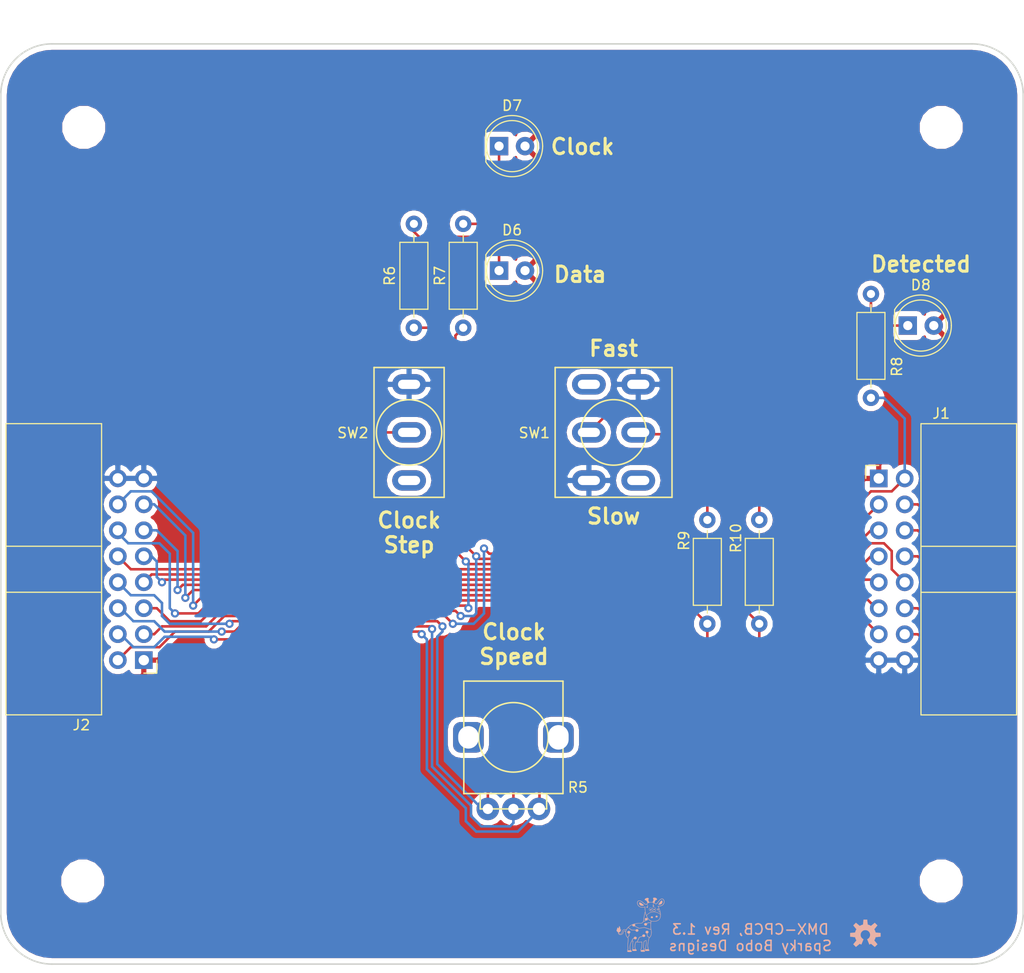
<source format=kicad_pcb>
(kicad_pcb (version 20171130) (host pcbnew "(5.0.0)")
  (title_block (title "DMX Demonstrator - Control-Pro Clock (DMX-CPCB)") (date 2023-12-04) (rev 1.3) (company "Sparky Bobo Designs") (comment 2 "Designed by: SparkyBobo") (comment 3 https://creativecommons.org/licenses/by-sa/4.0/) (comment 4 "Released under the Creative Commons Attribution Share-Alike 4.0m License"))
  (layers (0 F.Cu signal) (31 B.Cu signal) (34 B.Paste user hide) (35 F.Paste user hide) (36 B.SilkS user) (37 F.SilkS user) (38 B.Mask user hide) (39 F.Mask user hide) (44 Edge.Cuts user))
  (net 0 "")
  (net 1 GND)
  (net 2 +5V)
  (net 3 "Net-(SW2-Pad1)")
  (net 4 "Net-(D7-Pad1)")
  (net 5 "Net-(D6-Pad1)")
  (net 6 "Net-(R10-Pad2)")
  (net 7 "Net-(D8-Pad1)")
  (net 8 "Net-(R9-Pad2)")
  (net 9 "Net-(SW1-Pad1)")
  (net 10 "Net-(SW1-Pad6)")
  (net 11 /DIM1)
  (net 12 /DIM2)
  (net 13 /DIM3)
  (net 14 /DIM4)
  (net 15 /~CLK_STEP)
  (net 16 /SPD_LO)
  (net 17 /SPD_WIPER)
  (net 18 /SPD_HI)
  (net 19 /~CLK_FST)
  (net 20 /~CLK_SLO)
  (net 21 /~HWD_DT)
  (net 22 /~CLOCK)
  (net 23 /~DATA)
  (module footprints:BOURNS_PTV09A_1 (layer F.Cu) (at 137.242 116.516)
    (fp_text reference R5 (at 6.3 4.9) (layer F.SilkS))
    (fp_text value 10k)
    (pad 1 thru_hole circle (at -2.5 7) (size 2.2 2.2) (drill 1) (layers *.Cu *.Mask) (net 16 /SPD_LO))
    (pad 2 thru_hole circle (at 0 7) (size 2.2 2.2) (drill 1) (layers *.Cu *.Mask) (net 17 /SPD_WIPER))
    (pad 3 thru_hole circle (at 2.5 7) (size 2.2 2.2) (drill 1.2) (layers *.Cu *.Mask) (net 18 /SPD_HI))
    (pad 4 thru_hole roundrect (at -4.4 0) (size 3 3) (drill oval 2 2.2) (layers *.Cu *.Mask))
    (pad 5 thru_hole roundrect (at 4.4 0) (size 3 3) (drill oval 2 2.4) (layers *.Cu *.Mask))
  )
  (module Connector_IDC:IDC-Header_2x08_P2.54mm_Horizontal (layer F.Cu) (at 172.974 91.192)
    (fp_text reference J1 (at 6.105 -6.35) (layer F.SilkS))
    (fp_text value OUTPUT)
    (pad 16 thru_hole oval (at 2.54 17.78) (size 1.7272 1.7272) (drill 1.016) (layers *.Cu *.Mask) (net 1 GND))
    (pad 15 thru_hole oval (at 0 17.78) (size 1.7272 1.7272) (drill 1.016) (layers *.Cu *.Mask) (net 1 GND))
    (pad 14 thru_hole oval (at 2.54 15.24) (size 1.7272 1.7272) (drill 1.016) (layers *.Cu *.Mask) (net 19 /~CLK_FST))
    (pad 13 thru_hole oval (at 0 15.24) (size 1.7272 1.7272) (drill 1.016) (layers *.Cu *.Mask) (net 14 /DIM4))
    (pad 12 thru_hole oval (at 2.54 12.7) (size 1.7272 1.7272) (drill 1.016) (layers *.Cu *.Mask) (net 20 /~CLK_SLO))
    (pad 11 thru_hole oval (at 0 12.7) (size 1.7272 1.7272) (drill 1.016) (layers *.Cu *.Mask) (net 13 /DIM3))
    (pad 10 thru_hole oval (at 2.54 10.16) (size 1.7272 1.7272) (drill 1.016) (layers *.Cu *.Mask) (net 15 /~CLK_STEP))
    (pad 9 thru_hole oval (at 0 10.16) (size 1.7272 1.7272) (drill 1.016) (layers *.Cu *.Mask) (net 12 /DIM2))
    (pad 8 thru_hole oval (at 2.54 7.62) (size 1.7272 1.7272) (drill 1.016) (layers *.Cu *.Mask) (net 16 /SPD_LO))
    (pad 7 thru_hole oval (at 0 7.62) (size 1.7272 1.7272) (drill 1.016) (layers *.Cu *.Mask) (net 11 /DIM1))
    (pad 6 thru_hole oval (at 2.54 5.08) (size 1.7272 1.7272) (drill 1.016) (layers *.Cu *.Mask) (net 17 /SPD_WIPER))
    (pad 5 thru_hole oval (at 0 5.08) (size 1.7272 1.7272) (drill 1.016) (layers *.Cu *.Mask) (net 23 /~DATA))
    (pad 4 thru_hole oval (at 2.54 2.54) (size 1.7272 1.7272) (drill 1.016) (layers *.Cu *.Mask) (net 18 /SPD_HI))
    (pad 3 thru_hole oval (at 0 2.54) (size 1.7272 1.7272) (drill 1.016) (layers *.Cu *.Mask) (net 22 /~CLOCK))
    (pad 2 thru_hole oval (at 2.54 0) (size 1.7272 1.7272) (drill 1.016) (layers *.Cu *.Mask) (net 21 /~HWD_DT))
    (pad 1 thru_hole rect (at 0 0) (size 1.7272 1.7272) (drill 1.016) (layers *.Cu *.Mask) (net 2 +5V))
  )
  (module Resistor_THT:R_Axial_DIN0207_L6.3mm_D2.5mm_P10.16mm_Horizontal (layer F.Cu) (at 132.334 76.454 90)
    (fp_text reference R7 (at 5.08 -2.286 90) (layer F.SilkS))
    (fp_text value 330)
    (pad 1 thru_hole circle (at 0 0 90) (size 1.6 1.6) (drill 0.8) (layers *.Cu *.Mask) (net 22 /~CLOCK))
    (pad 2 thru_hole oval (at 10.16 0 90) (size 1.6 1.6) (drill 0.8) (layers *.Cu *.Mask) (net 4 "Net-(D7-Pad1)"))
  )
  (module Connector_IDC:IDC-Header_2x08_P2.54mm_Horizontal (layer F.Cu) (at 101.092 108.966 180)
    (fp_text reference J2 (at 6.105 -6.35 180) (layer F.SilkS))
    (fp_text value INPUT)
    (pad 1 thru_hole rect (at 0 0 180) (size 1.7272 1.7272) (drill 1.016) (layers *.Cu *.Mask) (net 2 +5V))
    (pad 2 thru_hole oval (at 2.54 0 180) (size 1.7272 1.7272) (drill 1.016) (layers *.Cu *.Mask) (net 21 /~HWD_DT))
    (pad 3 thru_hole oval (at 0 2.54 180) (size 1.7272 1.7272) (drill 1.016) (layers *.Cu *.Mask) (net 22 /~CLOCK))
    (pad 4 thru_hole oval (at 2.54 2.54 180) (size 1.7272 1.7272) (drill 1.016) (layers *.Cu *.Mask) (net 18 /SPD_HI))
    (pad 5 thru_hole oval (at 0 5.08 180) (size 1.7272 1.7272) (drill 1.016) (layers *.Cu *.Mask) (net 23 /~DATA))
    (pad 6 thru_hole oval (at 2.54 5.08 180) (size 1.7272 1.7272) (drill 1.016) (layers *.Cu *.Mask) (net 17 /SPD_WIPER))
    (pad 7 thru_hole oval (at 0 7.62 180) (size 1.7272 1.7272) (drill 1.016) (layers *.Cu *.Mask) (net 11 /DIM1))
    (pad 8 thru_hole oval (at 2.54 7.62 180) (size 1.7272 1.7272) (drill 1.016) (layers *.Cu *.Mask) (net 16 /SPD_LO))
    (pad 9 thru_hole oval (at 0 10.16 180) (size 1.7272 1.7272) (drill 1.016) (layers *.Cu *.Mask) (net 12 /DIM2))
    (pad 10 thru_hole oval (at 2.54 10.16 180) (size 1.7272 1.7272) (drill 1.016) (layers *.Cu *.Mask) (net 15 /~CLK_STEP))
    (pad 11 thru_hole oval (at 0 12.7 180) (size 1.7272 1.7272) (drill 1.016) (layers *.Cu *.Mask) (net 13 /DIM3))
    (pad 12 thru_hole oval (at 2.54 12.7 180) (size 1.7272 1.7272) (drill 1.016) (layers *.Cu *.Mask) (net 20 /~CLK_SLO))
    (pad 13 thru_hole oval (at 0 15.24 180) (size 1.7272 1.7272) (drill 1.016) (layers *.Cu *.Mask) (net 14 /DIM4))
    (pad 14 thru_hole oval (at 2.54 15.24 180) (size 1.7272 1.7272) (drill 1.016) (layers *.Cu *.Mask) (net 19 /~CLK_FST))
    (pad 15 thru_hole oval (at 0 17.78 180) (size 1.7272 1.7272) (drill 1.016) (layers *.Cu *.Mask) (net 1 GND))
    (pad 16 thru_hole oval (at 2.54 17.78 180) (size 1.7272 1.7272) (drill 1.016) (layers *.Cu *.Mask) (net 1 GND))
  )
  (module Resistor_THT:R_Axial_DIN0207_L6.3mm_D2.5mm_P10.16mm_Horizontal (layer F.Cu) (at 156.21 105.41 90)
    (fp_text reference R9 (at 8.128 -2.286 90) (layer F.SilkS))
    (fp_text value 330)
    (pad 1 thru_hole circle (at 0 0 90) (size 1.6 1.6) (drill 0.8) (layers *.Cu *.Mask) (net 20 /~CLK_SLO))
    (pad 2 thru_hole oval (at 10.16 0 90) (size 1.6 1.6) (drill 0.8) (layers *.Cu *.Mask) (net 8 "Net-(R9-Pad2)"))
  )
  (module footprints:ESWITCH_100_DPDT_M1 (layer F.Cu) (at 147.038 86.692 180)
    (fp_text reference SW1 (at 7.75 -0.05 180) (layer F.SilkS))
    (fp_text value CLOCK_SPEED)
    (pad 1 thru_hole oval (at -2.413 -4.699 180) (size 3.302 2) (drill oval 2.159 0.9) (layers *.Cu *.Mask) (net 9 "Net-(SW1-Pad1)"))
    (pad 2 thru_hole oval (at -2.413 0 180) (size 3.302 2) (drill oval 2.159 0.9) (layers *.Cu *.Mask) (net 8 "Net-(R9-Pad2)"))
    (pad 3 thru_hole oval (at -2.413 4.699 180) (size 3.302 2) (drill oval 2.159 0.9) (layers *.Cu *.Mask) (net 1 GND))
    (pad 4 thru_hole oval (at 2.413 -4.699 180) (size 3.302 2) (drill oval 2.159 0.9) (layers *.Cu *.Mask) (net 1 GND))
    (pad 5 thru_hole oval (at 2.413 0 180) (size 3.302 2) (drill oval 2.159 0.9) (layers *.Cu *.Mask) (net 6 "Net-(R10-Pad2)"))
    (pad 6 thru_hole oval (at 2.413 4.699 180) (size 3.302 2) (drill oval 2.159 0.9) (layers *.Cu *.Mask) (net 10 "Net-(SW1-Pad6)"))
  )
  (module footprints:ESWITCH_100_SPDT_M1 (layer F.Cu) (at 127.038 86.692 180)
    (fp_text reference SW2 (at 5.5 -0.05 180) (layer F.SilkS))
    (fp_text value CLOCK_STEP)
    (pad 1 thru_hole oval (at 0 -4.699 180) (size 3.302 2) (drill oval 2.159 0.9) (layers *.Cu *.Mask) (net 3 "Net-(SW2-Pad1)"))
    (pad 2 thru_hole oval (at 0 0 180) (size 3.302 2) (drill oval 2.159 0.9) (layers *.Cu *.Mask) (net 15 /~CLK_STEP))
    (pad 3 thru_hole oval (at 0 4.699 180) (size 3.302 2) (drill oval 2.159 0.9) (layers *.Cu *.Mask) (net 1 GND))
  )
  (module LED_THT:LED_D5.0mm (layer F.Cu) (at 175.814 76.242)
    (fp_text reference D8 (at 1.27 -3.96) (layer F.SilkS))
    (fp_text value ACTIVE)
    (pad 2 thru_hole circle (at 2.54 0) (size 1.8 1.8) (drill 0.9) (layers *.Cu *.Mask) (net 2 +5V))
    (pad 1 thru_hole rect (at 0 0) (size 1.8 1.8) (drill 0.9) (layers *.Cu *.Mask) (net 7 "Net-(D8-Pad1)"))
  )
  (module Resistor_THT:R_Axial_DIN0207_L6.3mm_D2.5mm_P10.16mm_Horizontal (layer F.Cu) (at 172.212 83.312 90)
    (fp_text reference R8 (at 3.048 2.54 90) (layer F.SilkS))
    (fp_text value 330)
    (pad 2 thru_hole oval (at 10.16 0 90) (size 1.6 1.6) (drill 0.8) (layers *.Cu *.Mask) (net 7 "Net-(D8-Pad1)"))
    (pad 1 thru_hole circle (at 0 0 90) (size 1.6 1.6) (drill 0.8) (layers *.Cu *.Mask) (net 21 /~HWD_DT))
  )
  (module Resistor_THT:R_Axial_DIN0207_L6.3mm_D2.5mm_P10.16mm_Horizontal (layer F.Cu) (at 127.508 76.454 90)
    (fp_text reference R6 (at 5.08 -2.37 90) (layer F.SilkS))
    (fp_text value 330)
    (pad 2 thru_hole oval (at 10.16 0 90) (size 1.6 1.6) (drill 0.8) (layers *.Cu *.Mask) (net 5 "Net-(D6-Pad1)"))
    (pad 1 thru_hole circle (at 0 0 90) (size 1.6 1.6) (drill 0.8) (layers *.Cu *.Mask) (net 23 /~DATA))
  )
  (module Resistor_THT:R_Axial_DIN0207_L6.3mm_D2.5mm_P10.16mm_Horizontal (layer F.Cu) (at 161.29 105.41 90)
    (fp_text reference R10 (at 8.382 -2.286 90) (layer F.SilkS))
    (fp_text value 330)
    (pad 1 thru_hole circle (at 0 0 90) (size 1.6 1.6) (drill 0.8) (layers *.Cu *.Mask) (net 19 /~CLK_FST))
    (pad 2 thru_hole oval (at 10.16 0 90) (size 1.6 1.6) (drill 0.8) (layers *.Cu *.Mask) (net 6 "Net-(R10-Pad2)"))
  )
  (module LED_THT:LED_D5.0mm (layer F.Cu) (at 135.838 70.866)
    (fp_text reference D6 (at 1.27 -3.96) (layer F.SilkS))
    (fp_text value DATA)
    (pad 1 thru_hole rect (at 0 0) (size 1.8 1.8) (drill 0.9) (layers *.Cu *.Mask) (net 5 "Net-(D6-Pad1)"))
    (pad 2 thru_hole circle (at 2.54 0) (size 1.8 1.8) (drill 0.9) (layers *.Cu *.Mask) (net 2 +5V))
  )
  (module LED_THT:LED_D5.0mm (layer F.Cu) (at 135.838 58.692)
    (fp_text reference D7 (at 1.27 -3.96) (layer F.SilkS))
    (fp_text value CLOCK)
    (pad 2 thru_hole circle (at 2.54 0) (size 1.8 1.8) (drill 0.9) (layers *.Cu *.Mask) (net 2 +5V))
    (pad 1 thru_hole rect (at 0 0) (size 1.8 1.8) (drill 0.9) (layers *.Cu *.Mask) (net 4 "Net-(D7-Pad1)"))
  )
  (module MountingHole:MountingHole_3.2mm_M3 (layer F.Cu) (at 179.088 130.566)
    (fp_text reference MH4 hide)
    (fp_text value MountingHole)
    (pad 1 np_thru_hole circle (at 0 0) (size 3.2 3.2) (drill 3.2) (layers *.Cu *.Mask))
  )
  (module MountingHole:MountingHole_3.2mm_M3 (layer F.Cu) (at 179.088 56.856)
    (fp_text reference MH3 hide)
    (fp_text value MountingHole)
    (pad 1 np_thru_hole circle (at 0 0) (size 3.2 3.2) (drill 3.2) (layers *.Cu *.Mask))
  )
  (module MountingHole:MountingHole_3.2mm_M3 (layer F.Cu) (at 95.118 130.566)
    (fp_text reference MH2 hide)
    (fp_text value MountingHole)
    (pad "" np_thru_hole circle (at 0 0) (size 3.2 3.2) (drill 3.2) (layers *.Cu *.Mask))
  )
  (module MountingHole:MountingHole_3.2mm_M3 (layer F.Cu) (at 95.218 56.856)
    (fp_text reference MH1 hide)
    (fp_text value MountingHole)
    (pad "" np_thru_hole circle (at 0 0) (size 3.2 3.2) (drill 3.2) (layers *.Cu *.Mask))
  )
  (module footprints:OSHW-LOGO-S (layer B.Cu) (at 171.664 135.832 180)
    (fp_text reference "" (at 0 0 180) (layer B.SilkS) (effects (font (size 1.524 1.524)) (justify mirror)))
    (fp_text value "" (at 0 0 180) (layer B.SilkS) (effects (font (size 1.524 1.524)) (justify mirror)))
  )
  (module footprints:logo_cr_5x5 (layer B.Cu) (at 149.664 134.852 180)
    (fp_text reference G*** hide)
    (fp_text value LOGO hide)
  )
  (gr_line (start 187.104 133.692) (end 187.104 53.692) (layer Edge.Cuts) (width 0.1524))
  (gr_line (start 92.104 138.692) (end 182.104 138.692) (layer Edge.Cuts) (width 0.1524))
  (gr_line (start 87.104 53.692) (end 87.104 133.692) (layer Edge.Cuts) (width 0.1524))
  (gr_line (start 182.104 48.692) (end 92.104 48.692) (layer Edge.Cuts) (width 0.1524))
  (gr_arc (start 92.104 133.692) (end 87.104 133.692) (angle -90) (layer Edge.Cuts) (width 0.1524))
  (gr_arc (start 92.104 53.692) (end 92.104 48.692) (angle -90) (layer Edge.Cuts) (width 0.1524))
  (gr_arc (start 182.104 53.692) (end 187.104 53.692) (angle -90) (layer Edge.Cuts) (width 0.1524))
  (gr_arc (start 182.104 133.692) (end 182.104 138.692) (angle -90) (layer Edge.Cuts) (width 0.1524))
  (gr_text Detected (at 177.104 70.242) (layer F.SilkS) (effects (font (size 1.5 1.5) (thickness 0.3))))
  (gr_text Data (at 143.764 71.246) (layer F.SilkS) (effects (font (size 1.5 1.5) (thickness 0.3))))
  (gr_text Clock (at 144 58.746) (layer F.SilkS) (effects (font (size 1.5 1.5) (thickness 0.3))))
  (gr_text "Clock\nSpeed" (at 137.292 107.416) (layer F.SilkS) (effects (font (size 1.5 1.5) (thickness 0.3))))
  (gr_text "DMX-CPCB, Rev 1.3\nSparky Bobo Designs" (at 160.414 136.102) (layer B.SilkS) (effects (font (size 1 1)) (justify mirror)))
  (gr_text Fast (at 147.038 78.486) (layer F.SilkS) (effects (font (size 1.5 1.5) (thickness 0.3))))
  (gr_text Slow (at 147.038 94.892) (layer F.SilkS) (effects (font (size 1.5 1.5) (thickness 0.3))))
  (gr_text "Clock\nStep" (at 127.038 96.492) (layer F.SilkS) (effects (font (size 1.5 1.5) (thickness 0.3))))
  (segment (start 138.378 58.692) (end 138.438 58.632) (width 0.25) (layer F.Cu) (net 2))
  (segment (start 178.004 76.592) (end 178.354 76.242) (width 0.25) (layer F.Cu) (net 2))
  (segment (start 135.838 64.568) (end 135.838 58.692) (width 0.25) (layer F.Cu) (net 4))
  (segment (start 132.334 66.294) (end 134.112 66.294) (width 0.25) (layer F.Cu) (net 4))
  (segment (start 134.112 66.294) (end 135.838 64.568) (width 0.25) (layer F.Cu) (net 4))
  (segment (start 135.838 69.29) (end 135.838 70.866) (width 0.25) (layer F.Cu) (net 5))
  (segment (start 134.112 67.564) (end 135.838 69.29) (width 0.25) (layer F.Cu) (net 5))
  (segment (start 128.016 67.564) (end 134.112 67.564) (width 0.25) (layer F.Cu) (net 5))
  (segment (start 127.508 66.294) (end 127.508 67.056) (width 0.25) (layer F.Cu) (net 5))
  (segment (start 127.508 67.056) (end 128.016 67.564) (width 0.25) (layer F.Cu) (net 5))
  (segment (start 161.29 95.25) (end 161.29 90.424) (width 0.25) (layer F.Cu) (net 6))
  (segment (start 161.29 90.424) (end 154.94 84.074) (width 0.25) (layer F.Cu) (net 6))
  (segment (start 147.243 84.074) (end 144.625 86.692) (width 0.25) (layer F.Cu) (net 6))
  (segment (start 154.94 84.074) (end 147.243 84.074) (width 0.25) (layer F.Cu) (net 6))
  (segment (start 175.814 76.242) (end 173.524 76.242) (width 0.25) (layer F.Cu) (net 7))
  (segment (start 172.212 74.93) (end 172.212 73.152) (width 0.25) (layer F.Cu) (net 7))
  (segment (start 173.524 76.242) (end 172.212 74.93) (width 0.25) (layer F.Cu) (net 7))
  (segment (start 156.21 95.25) (end 156.21 89.154) (width 0.25) (layer F.Cu) (net 8))
  (segment (start 156.21 89.154) (end 153.924 86.868) (width 0.25) (layer F.Cu) (net 8))
  (segment (start 149.627 86.868) (end 149.451 86.692) (width 0.25) (layer F.Cu) (net 8))
  (segment (start 153.924 86.868) (end 149.627 86.868) (width 0.25) (layer F.Cu) (net 8))
  (segment (start 101.854 100.584) (end 101.092 101.346) (width 0.25) (layer F.Cu) (net 11))
  (segment (start 170.434 100.584) (end 101.854 100.584) (width 0.25) (layer F.Cu) (net 11))
  (segment (start 172.974 98.812) (end 172.206 98.812) (width 0.25) (layer F.Cu) (net 11))
  (segment (start 172.206 98.812) (end 170.434 100.584) (width 0.25) (layer F.Cu) (net 11))
  (segment (start 101.854 98.806) (end 101.092 98.806) (width 0.25) (layer B.Cu) (net 12))
  (segment (start 102.87 101.346) (end 102.362 100.838) (width 0.25) (layer B.Cu) (net 12))
  (segment (start 102.362 100.838) (end 102.362 99.314) (width 0.25) (layer B.Cu) (net 12))
  (segment (start 102.362 99.314) (end 101.854 98.806) (width 0.25) (layer B.Cu) (net 12))
  (via (at 102.87 101.346) (size 0.8) (drill 0.4) (layers F.Cu B.Cu) (net 12))
  (segment (start 172.72 101.092) (end 172.974 101.346) (width 0.25) (layer F.Cu) (net 12))
  (segment (start 102.87 101.346) (end 103.124 101.092) (width 0.25) (layer F.Cu) (net 12))
  (segment (start 103.124 101.092) (end 172.72 101.092) (width 0.25) (layer F.Cu) (net 12))
  (via (at 104.394 102.108) (size 0.8) (drill 0.4) (layers F.Cu B.Cu) (net 13))
  (segment (start 102.362 96.266) (end 101.092 96.266) (width 0.25) (layer B.Cu) (net 13))
  (segment (start 104.394 102.108) (end 104.394 98.298) (width 0.25) (layer B.Cu) (net 13))
  (segment (start 104.394 98.298) (end 102.362 96.266) (width 0.25) (layer B.Cu) (net 13))
  (segment (start 172.968 103.886) (end 172.974 103.892) (width 0.25) (layer F.Cu) (net 13))
  (segment (start 172.72 103.886) (end 172.968 103.886) (width 0.25) (layer F.Cu) (net 13))
  (segment (start 170.434 101.6) (end 172.72 103.886) (width 0.25) (layer F.Cu) (net 13))
  (segment (start 104.394 102.108) (end 104.902 101.6) (width 0.25) (layer F.Cu) (net 13))
  (segment (start 104.902 101.6) (end 170.434 101.6) (width 0.25) (layer F.Cu) (net 13))
  (segment (start 104.902 102.87) (end 104.902 102.87) (width 0.25) (layer B.Cu) (net 14))
  (via (at 105.156 102.87) (size 0.8) (drill 0.4) (layers F.Cu B.Cu) (net 14))
  (segment (start 102.108 93.726) (end 101.092 93.726) (width 0.25) (layer B.Cu) (net 14))
  (segment (start 105.156 102.87) (end 105.156 96.774) (width 0.25) (layer B.Cu) (net 14))
  (segment (start 105.156 96.774) (end 102.108 93.726) (width 0.25) (layer B.Cu) (net 14))
  (segment (start 172.974 106.426) (end 172.974 106.432) (width 0.25) (layer F.Cu) (net 14))
  (segment (start 168.656 102.108) (end 172.974 106.426) (width 0.25) (layer F.Cu) (net 14))
  (segment (start 105.156 102.87) (end 105.918 102.108) (width 0.25) (layer F.Cu) (net 14))
  (segment (start 105.918 102.108) (end 168.656 102.108) (width 0.25) (layer F.Cu) (net 14))
  (segment (start 99.822 100.076) (end 98.552 98.806) (width 0.25) (layer F.Cu) (net 15))
  (segment (start 175.514 101.346) (end 175.514 101.352) (width 0.25) (layer F.Cu) (net 15))
  (segment (start 131.318 100.076) (end 169.672 100.076) (width 0.25) (layer F.Cu) (net 15))
  (segment (start 172.212 97.536) (end 173.482 97.536) (width 0.25) (layer F.Cu) (net 15))
  (segment (start 173.482 97.536) (end 174.244 98.298) (width 0.25) (layer F.Cu) (net 15))
  (segment (start 174.244 98.298) (end 174.244 100.076) (width 0.25) (layer F.Cu) (net 15))
  (segment (start 169.672 100.076) (end 172.212 97.536) (width 0.25) (layer F.Cu) (net 15))
  (segment (start 174.244 100.076) (end 175.514 101.346) (width 0.25) (layer F.Cu) (net 15))
  (segment (start 132.588 100.076) (end 131.318 100.076) (width 0.25) (layer F.Cu) (net 15))
  (segment (start 127.038 86.692) (end 124.636 86.692) (width 0.25) (layer F.Cu) (net 15))
  (segment (start 122.936 88.392) (end 122.936 100.076) (width 0.25) (layer F.Cu) (net 15))
  (segment (start 124.636 86.692) (end 122.936 88.392) (width 0.25) (layer F.Cu) (net 15))
  (segment (start 131.318 100.076) (end 122.936 100.076) (width 0.25) (layer F.Cu) (net 15))
  (segment (start 122.936 100.076) (end 99.822 100.076) (width 0.25) (layer F.Cu) (net 15))
  (segment (start 134.742 121.960366) (end 134.742 123.516) (width 0.25) (layer F.Cu) (net 16))
  (segment (start 136.536366 120.166) (end 134.742 121.960366) (width 0.25) (layer F.Cu) (net 16))
  (segment (start 136.536366 115.685634) (end 136.536366 120.166) (width 0.25) (layer F.Cu) (net 16))
  (segment (start 176.79 98.812) (end 178.562 100.584) (width 0.25) (layer F.Cu) (net 16))
  (segment (start 175.514 98.812) (end 176.79 98.812) (width 0.25) (layer F.Cu) (net 16))
  (segment (start 178.562 100.584) (end 178.562 109.728) (width 0.25) (layer F.Cu) (net 16))
  (segment (start 178.562 109.728) (end 176.784 111.506) (width 0.25) (layer F.Cu) (net 16))
  (segment (start 176.784 111.506) (end 140.716 111.506) (width 0.25) (layer F.Cu) (net 16))
  (segment (start 140.716 111.506) (end 136.536366 115.685634) (width 0.25) (layer F.Cu) (net 16))
  (via (at 109.474 105.41) (size 0.8) (drill 0.4) (layers F.Cu B.Cu) (net 16))
  (segment (start 103.632 105.41) (end 109.474 105.41) (width 0.25) (layer B.Cu) (net 16))
  (segment (start 102.87 104.648) (end 103.632 105.41) (width 0.25) (layer B.Cu) (net 16))
  (segment (start 102.87 103.378) (end 102.87 104.648) (width 0.25) (layer B.Cu) (net 16))
  (segment (start 102.108 102.616) (end 102.87 103.378) (width 0.25) (layer B.Cu) (net 16))
  (segment (start 98.552 101.346) (end 99.822 102.616) (width 0.25) (layer B.Cu) (net 16))
  (segment (start 99.822 102.616) (end 102.108 102.616) (width 0.25) (layer B.Cu) (net 16))
  (segment (start 109.474 105.41) (end 109.728 105.156) (width 0.25) (layer F.Cu) (net 16))
  (segment (start 109.728 105.156) (end 129.032 105.156) (width 0.25) (layer F.Cu) (net 16))
  (via (at 130.302 105.664) (size 0.8) (drill 0.4) (layers F.Cu B.Cu) (net 16))
  (segment (start 129.032 105.156) (end 129.794 105.156) (width 0.25) (layer F.Cu) (net 16))
  (segment (start 129.794 105.156) (end 130.302 105.664) (width 0.25) (layer F.Cu) (net 16))
  (segment (start 134.184 123.516) (end 134.742 123.516) (width 0.25) (layer B.Cu) (net 16))
  (segment (start 129.794 119.126) (end 134.184 123.516) (width 0.25) (layer B.Cu) (net 16))
  (segment (start 129.794 106.68) (end 129.794 119.126) (width 0.25) (layer B.Cu) (net 16))
  (segment (start 130.302 105.664) (end 130.302 106.172) (width 0.25) (layer B.Cu) (net 16))
  (segment (start 130.302 106.172) (end 129.794 106.68) (width 0.25) (layer B.Cu) (net 16))
  (segment (start 137.242 123.516) (end 137.242 115.742) (width 0.25) (layer F.Cu) (net 17))
  (segment (start 138.938 114.046) (end 139.226 113.758) (width 0.25) (layer F.Cu) (net 17))
  (segment (start 137.242 115.742) (end 138.938 114.046) (width 0.25) (layer F.Cu) (net 17))
  (segment (start 140.97 112.014) (end 138.938 114.046) (width 0.25) (layer F.Cu) (net 17))
  (segment (start 177.038 112.014) (end 140.97 112.014) (width 0.25) (layer F.Cu) (net 17))
  (segment (start 179.07 109.982) (end 177.038 112.014) (width 0.25) (layer F.Cu) (net 17))
  (segment (start 179.07 98.552) (end 179.07 109.982) (width 0.25) (layer F.Cu) (net 17))
  (segment (start 175.514 96.272) (end 176.79 96.272) (width 0.25) (layer F.Cu) (net 17))
  (segment (start 176.79 96.272) (end 179.07 98.552) (width 0.25) (layer F.Cu) (net 17))
  (segment (start 103.124 106.172) (end 108.458 106.172) (width 0.25) (layer B.Cu) (net 17))
  (segment (start 102.108 105.156) (end 103.124 106.172) (width 0.25) (layer B.Cu) (net 17))
  (segment (start 100.076 105.156) (end 102.108 105.156) (width 0.25) (layer B.Cu) (net 17))
  (segment (start 98.552 103.886) (end 98.806 103.886) (width 0.25) (layer B.Cu) (net 17))
  (segment (start 98.806 103.886) (end 100.076 105.156) (width 0.25) (layer B.Cu) (net 17))
  (via (at 108.712 106.172) (size 0.8) (drill 0.4) (layers F.Cu B.Cu) (net 17))
  (segment (start 108.458 106.172) (end 108.712 106.172) (width 0.25) (layer B.Cu) (net 17))
  (segment (start 110.49 105.664) (end 128.778 105.664) (width 0.25) (layer F.Cu) (net 17))
  (segment (start 108.712 106.172) (end 109.982 106.172) (width 0.25) (layer F.Cu) (net 17))
  (segment (start 109.982 106.172) (end 110.49 105.664) (width 0.25) (layer F.Cu) (net 17))
  (via (at 129.286 105.918) (size 0.8) (drill 0.4) (layers F.Cu B.Cu) (net 17))
  (segment (start 128.778 105.664) (end 129.032 105.664) (width 0.25) (layer F.Cu) (net 17))
  (segment (start 129.032 105.664) (end 129.286 105.918) (width 0.25) (layer F.Cu) (net 17))
  (segment (start 129.286 119.38) (end 133.096 123.19) (width 0.25) (layer B.Cu) (net 17))
  (segment (start 129.286 105.918) (end 129.286 119.38) (width 0.25) (layer B.Cu) (net 17))
  (segment (start 133.096 123.19) (end 133.096 124.206) (width 0.25) (layer B.Cu) (net 17))
  (segment (start 133.096 124.206) (end 134.112 125.222) (width 0.25) (layer B.Cu) (net 17))
  (segment (start 134.112 125.222) (end 136.906 125.222) (width 0.25) (layer B.Cu) (net 17))
  (segment (start 137.242 124.886) (end 137.242 123.516) (width 0.25) (layer B.Cu) (net 17))
  (segment (start 136.906 125.222) (end 137.242 124.886) (width 0.25) (layer B.Cu) (net 17))
  (segment (start 139.792 123.466) (end 139.742 123.516) (width 0.25) (layer F.Cu) (net 18))
  (segment (start 139.792 121.916) (end 139.792 123.466) (width 0.25) (layer F.Cu) (net 18))
  (segment (start 138.042 120.166) (end 139.792 121.916) (width 0.25) (layer F.Cu) (net 18))
  (segment (start 138.042 115.704) (end 138.042 120.166) (width 0.25) (layer F.Cu) (net 18))
  (segment (start 139.446 114.3) (end 138.042 115.704) (width 0.25) (layer F.Cu) (net 18))
  (segment (start 139.714 114.032) (end 139.446 114.3) (width 0.25) (layer F.Cu) (net 18))
  (segment (start 141.224 112.522) (end 139.446 114.3) (width 0.25) (layer F.Cu) (net 18))
  (segment (start 177.292 112.522) (end 141.224 112.522) (width 0.25) (layer F.Cu) (net 18))
  (segment (start 179.578 110.236) (end 177.292 112.522) (width 0.25) (layer F.Cu) (net 18))
  (segment (start 179.578 96.52) (end 179.578 110.236) (width 0.25) (layer F.Cu) (net 18))
  (segment (start 175.514 93.732) (end 176.79 93.732) (width 0.25) (layer F.Cu) (net 18))
  (segment (start 176.79 93.732) (end 179.578 96.52) (width 0.25) (layer F.Cu) (net 18))
  (via (at 107.95 106.934) (size 0.8) (drill 0.4) (layers F.Cu B.Cu) (net 18))
  (segment (start 107.696 106.68) (end 107.95 106.934) (width 0.25) (layer B.Cu) (net 18))
  (segment (start 103.124 106.68) (end 107.696 106.68) (width 0.25) (layer B.Cu) (net 18))
  (segment (start 102.108 107.696) (end 103.124 106.68) (width 0.25) (layer B.Cu) (net 18))
  (segment (start 100.076 107.696) (end 102.108 107.696) (width 0.25) (layer B.Cu) (net 18))
  (segment (start 98.552 106.426) (end 98.806 106.426) (width 0.25) (layer B.Cu) (net 18))
  (segment (start 98.806 106.426) (end 100.076 107.696) (width 0.25) (layer B.Cu) (net 18))
  (segment (start 110.80199 106.11401) (end 127.254 106.172) (width 0.25) (layer F.Cu) (net 18))
  (segment (start 107.95 106.934) (end 109.982 106.934) (width 0.25) (layer F.Cu) (net 18))
  (segment (start 109.982 106.934) (end 110.80199 106.11401) (width 0.25) (layer F.Cu) (net 18))
  (via (at 128.27 106.426) (size 0.8) (drill 0.4) (layers F.Cu B.Cu) (net 18))
  (segment (start 127.254 106.172) (end 128.016 106.172) (width 0.25) (layer F.Cu) (net 18))
  (segment (start 128.016 106.172) (end 128.27 106.426) (width 0.25) (layer F.Cu) (net 18))
  (segment (start 139.742 123.656) (end 139.742 123.516) (width 0.25) (layer B.Cu) (net 18))
  (segment (start 137.668 125.73) (end 139.742 123.656) (width 0.25) (layer B.Cu) (net 18))
  (segment (start 132.588 123.444) (end 132.588 124.714) (width 0.25) (layer B.Cu) (net 18))
  (segment (start 128.778 106.934) (end 128.778 119.634) (width 0.25) (layer B.Cu) (net 18))
  (segment (start 128.778 119.634) (end 132.588 123.444) (width 0.25) (layer B.Cu) (net 18))
  (segment (start 132.588 124.714) (end 133.604 125.73) (width 0.25) (layer B.Cu) (net 18))
  (segment (start 128.27 106.426) (end 128.778 106.934) (width 0.25) (layer B.Cu) (net 18))
  (segment (start 133.604 125.73) (end 137.668 125.73) (width 0.25) (layer B.Cu) (net 18))
  (segment (start 105.918 103.632) (end 105.918 103.632) (width 0.25) (layer B.Cu) (net 19))
  (via (at 105.918 103.632) (size 0.8) (drill 0.4) (layers F.Cu B.Cu) (net 19))
  (segment (start 105.918 96.52) (end 105.918 103.632) (width 0.25) (layer B.Cu) (net 19))
  (segment (start 101.854 92.456) (end 105.918 96.52) (width 0.25) (layer B.Cu) (net 19))
  (segment (start 98.552 93.726) (end 99.822 92.456) (width 0.25) (layer B.Cu) (net 19))
  (segment (start 99.822 92.456) (end 101.854 92.456) (width 0.25) (layer B.Cu) (net 19))
  (segment (start 106.934 102.616) (end 105.918 103.632) (width 0.25) (layer F.Cu) (net 19))
  (segment (start 161.29 105.41) (end 158.496 102.616) (width 0.25) (layer F.Cu) (net 19))
  (segment (start 158.496 102.616) (end 106.934 102.616) (width 0.25) (layer F.Cu) (net 19))
  (segment (start 176.79 106.432) (end 175.514 106.432) (width 0.25) (layer F.Cu) (net 19))
  (segment (start 161.29 108.966) (end 162.814 110.49) (width 0.25) (layer F.Cu) (net 19))
  (segment (start 161.29 105.41) (end 161.29 108.966) (width 0.25) (layer F.Cu) (net 19))
  (segment (start 162.814 110.49) (end 176.276 110.49) (width 0.25) (layer F.Cu) (net 19))
  (segment (start 176.276 110.49) (end 177.546 109.22) (width 0.25) (layer F.Cu) (net 19))
  (segment (start 177.546 109.22) (end 177.546 107.188) (width 0.25) (layer F.Cu) (net 19))
  (segment (start 177.546 107.188) (end 176.79 106.432) (width 0.25) (layer F.Cu) (net 19))
  (via (at 104.14 104.394) (size 0.8) (drill 0.4) (layers F.Cu B.Cu) (net 20))
  (segment (start 103.632 103.886) (end 104.14 104.394) (width 0.25) (layer B.Cu) (net 20))
  (segment (start 103.632 98.552) (end 103.632 103.886) (width 0.25) (layer B.Cu) (net 20))
  (segment (start 102.616 97.536) (end 103.632 98.552) (width 0.25) (layer B.Cu) (net 20))
  (segment (start 99.568 97.536) (end 102.616 97.536) (width 0.25) (layer B.Cu) (net 20))
  (segment (start 98.552 96.266) (end 98.552 96.52) (width 0.25) (layer B.Cu) (net 20))
  (segment (start 98.552 96.52) (end 99.568 97.536) (width 0.25) (layer B.Cu) (net 20))
  (segment (start 156.21 109.474) (end 156.21 105.41) (width 0.25) (layer F.Cu) (net 20))
  (segment (start 176.79 103.892) (end 178.054 105.156) (width 0.25) (layer F.Cu) (net 20))
  (segment (start 175.514 103.892) (end 176.79 103.892) (width 0.25) (layer F.Cu) (net 20))
  (segment (start 178.054 105.156) (end 178.054 109.474) (width 0.25) (layer F.Cu) (net 20))
  (segment (start 178.054 109.474) (end 176.53 110.998) (width 0.25) (layer F.Cu) (net 20))
  (segment (start 176.53 110.998) (end 157.734 110.998) (width 0.25) (layer F.Cu) (net 20))
  (segment (start 157.734 110.998) (end 156.21 109.474) (width 0.25) (layer F.Cu) (net 20))
  (segment (start 153.924 103.124) (end 156.21 105.41) (width 0.25) (layer F.Cu) (net 20))
  (segment (start 107.696 103.124) (end 153.924 103.124) (width 0.25) (layer F.Cu) (net 20))
  (segment (start 104.14 104.394) (end 106.426 104.394) (width 0.25) (layer F.Cu) (net 20))
  (segment (start 106.426 104.394) (end 107.696 103.124) (width 0.25) (layer F.Cu) (net 20))
  (segment (start 172.212 83.312) (end 173.482 83.312) (width 0.25) (layer B.Cu) (net 21))
  (segment (start 175.514 85.344) (end 175.514 91.192) (width 0.25) (layer B.Cu) (net 21))
  (segment (start 173.482 83.312) (end 175.514 85.344) (width 0.25) (layer B.Cu) (net 21))
  (segment (start 99.822 107.696) (end 98.552 108.966) (width 0.25) (layer F.Cu) (net 21))
  (segment (start 102.616 107.696) (end 99.822 107.696) (width 0.25) (layer F.Cu) (net 21))
  (segment (start 104.14 106.172) (end 102.616 107.696) (width 0.25) (layer F.Cu) (net 21))
  (segment (start 108.966 104.648) (end 107.442 106.172) (width 0.25) (layer F.Cu) (net 21))
  (segment (start 131.318 105.41) (end 130.556 104.648) (width 0.25) (layer F.Cu) (net 21))
  (segment (start 107.442 106.172) (end 104.14 106.172) (width 0.25) (layer F.Cu) (net 21))
  (segment (start 130.556 104.648) (end 108.966 104.648) (width 0.25) (layer F.Cu) (net 21))
  (via (at 131.318 105.41) (size 0.8) (drill 0.4) (layers F.Cu B.Cu) (net 21))
  (segment (start 175.508 91.192) (end 175.514 91.192) (width 0.25) (layer F.Cu) (net 21))
  (segment (start 134.366 98.044) (end 134.874 98.552) (width 0.25) (layer F.Cu) (net 21))
  (segment (start 134.874 98.552) (end 166.116 98.552) (width 0.25) (layer F.Cu) (net 21))
  (segment (start 166.116 98.552) (end 172.212 92.456) (width 0.25) (layer F.Cu) (net 21))
  (segment (start 172.212 92.456) (end 174.244 92.456) (width 0.25) (layer F.Cu) (net 21))
  (segment (start 174.244 92.456) (end 175.508 91.192) (width 0.25) (layer F.Cu) (net 21))
  (via (at 134.366 98.044) (size 0.8) (drill 0.4) (layers F.Cu B.Cu) (net 21))
  (segment (start 133.35 105.41) (end 131.318 105.41) (width 0.25) (layer B.Cu) (net 21))
  (segment (start 134.366 98.044) (end 134.366 104.394) (width 0.25) (layer B.Cu) (net 21))
  (segment (start 134.366 104.394) (end 133.35 105.41) (width 0.25) (layer B.Cu) (net 21))
  (segment (start 132.08 104.648) (end 131.572 104.14) (width 0.25) (layer F.Cu) (net 22))
  (segment (start 131.572 104.14) (end 108.712 104.14) (width 0.25) (layer F.Cu) (net 22))
  (segment (start 108.712 104.14) (end 107.188 105.664) (width 0.25) (layer F.Cu) (net 22))
  (segment (start 102.108 106.426) (end 101.092 106.426) (width 0.25) (layer F.Cu) (net 22))
  (segment (start 107.188 105.664) (end 102.87 105.664) (width 0.25) (layer F.Cu) (net 22))
  (segment (start 102.87 105.664) (end 102.108 106.426) (width 0.25) (layer F.Cu) (net 22))
  (via (at 132.08 104.648) (size 0.8) (drill 0.4) (layers F.Cu B.Cu) (net 22))
  (via (at 133.604 98.806) (size 0.8) (drill 0.4) (layers F.Cu B.Cu) (net 22))
  (segment (start 131.572 77.216) (end 132.334 76.454) (width 0.25) (layer F.Cu) (net 22))
  (segment (start 131.572 96.774) (end 131.572 77.216) (width 0.25) (layer F.Cu) (net 22))
  (segment (start 133.858 99.06) (end 131.572 96.774) (width 0.25) (layer F.Cu) (net 22))
  (segment (start 167.64 99.06) (end 133.858 99.06) (width 0.25) (layer F.Cu) (net 22))
  (segment (start 172.974 93.732) (end 172.968 93.732) (width 0.25) (layer F.Cu) (net 22))
  (segment (start 172.968 93.732) (end 167.64 99.06) (width 0.25) (layer F.Cu) (net 22))
  (segment (start 133.35 104.648) (end 132.08 104.648) (width 0.25) (layer B.Cu) (net 22))
  (segment (start 133.604 98.806) (end 133.604 104.394) (width 0.25) (layer B.Cu) (net 22))
  (segment (start 133.604 104.394) (end 133.35 104.648) (width 0.25) (layer B.Cu) (net 22))
  (segment (start 172.974 96.272) (end 172.954 96.292) (width 0.25) (layer F.Cu) (net 23))
  (segment (start 108.204 103.632) (end 132.588 103.632) (width 0.25) (layer F.Cu) (net 23))
  (segment (start 106.68 105.156) (end 108.204 103.632) (width 0.25) (layer F.Cu) (net 23))
  (segment (start 103.632 105.156) (end 106.68 105.156) (width 0.25) (layer F.Cu) (net 23))
  (segment (start 101.092 103.886) (end 102.362 103.886) (width 0.25) (layer F.Cu) (net 23))
  (segment (start 102.362 103.886) (end 103.632 105.156) (width 0.25) (layer F.Cu) (net 23))
  (segment (start 132.588 103.632) (end 132.842 103.886) (width 0.25) (layer F.Cu) (net 23))
  (via (at 132.842 103.886) (size 0.8) (drill 0.4) (layers F.Cu B.Cu) (net 23))
  (segment (start 132.842 99.568) (end 132.842 103.886) (width 0.25) (layer B.Cu) (net 23))
  (via (at 132.588 99.314) (size 0.8) (drill 0.4) (layers F.Cu B.Cu) (net 23))
  (segment (start 132.588 99.314) (end 132.842 99.568) (width 0.25) (layer B.Cu) (net 23))
  (segment (start 130.302 76.454) (end 127.508 76.454) (width 0.25) (layer F.Cu) (net 23))
  (segment (start 172.206 96.272) (end 168.91 99.568) (width 0.25) (layer F.Cu) (net 23))
  (segment (start 172.974 96.272) (end 172.206 96.272) (width 0.25) (layer F.Cu) (net 23))
  (segment (start 168.91 99.568) (end 132.842 99.568) (width 0.25) (layer F.Cu) (net 23))
  (segment (start 132.842 99.568) (end 131.064 97.79) (width 0.25) (layer F.Cu) (net 23))
  (segment (start 131.064 97.79) (end 131.064 77.216) (width 0.25) (layer F.Cu) (net 23))
  (segment (start 131.064 77.216) (end 130.302 76.454) (width 0.25) (layer F.Cu) (net 23))
  (zone (net 1) (net_name GND) (layer B.Cu) (connect_pads (clearance 0.508)) (min_thickness 0.254) (fill yes (arc_segments 16) (thermal_gap 0.508) (thermal_bridge_width 0.508))
    (polygon (pts (xy 87.122 48.768) (xy 187.004 48.792) (xy 187.004 138.592) (xy 87.122 138.684)))
  )
  (zone (net 2) (net_name +5V) (layer F.Cu) (connect_pads (clearance 0.508)) (min_thickness 0.254) (fill yes (arc_segments 16) (thermal_gap 0.508) (thermal_bridge_width 0.508))
    (polygon (pts (xy 87.122 48.768) (xy 187.004 48.792) (xy 187.004 138.592) (xy 87.122 138.684)))
  )
)
</source>
